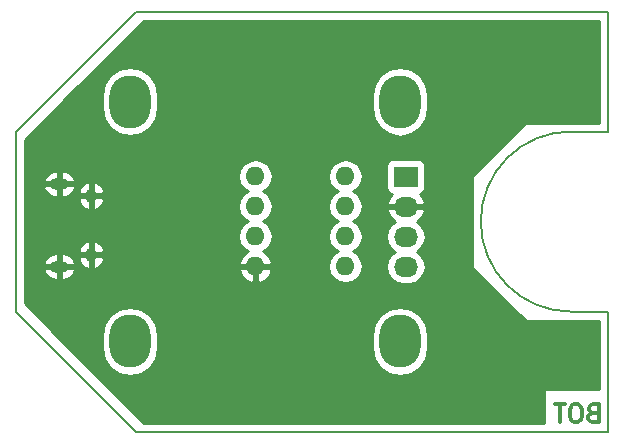
<source format=gbr>
G04 #@! TF.FileFunction,Copper,L2,Bot,Signal*
%FSLAX46Y46*%
G04 Gerber Fmt 4.6, Leading zero omitted, Abs format (unit mm)*
G04 Created by KiCad (PCBNEW 4.0.2-stable) date 2016-11-20 00:38:07*
%MOMM*%
G01*
G04 APERTURE LIST*
%ADD10C,0.100000*%
%ADD11C,0.150000*%
%ADD12C,0.300000*%
%ADD13O,3.500000X4.500000*%
%ADD14O,0.950000X1.250000*%
%ADD15O,1.550000X1.000000*%
%ADD16O,1.600000X1.600000*%
%ADD17R,2.032000X1.727200*%
%ADD18O,2.032000X1.727200*%
%ADD19C,0.600000*%
%ADD20C,0.254000*%
G04 APERTURE END LIST*
D10*
D11*
X185420000Y-125730000D02*
X188595000Y-125730000D01*
X188595000Y-110490000D02*
X185420000Y-110490000D01*
X185420000Y-110490000D02*
G75*
G03X177800000Y-118110000I0J-7620000D01*
G01*
X138430000Y-125730000D02*
X138430000Y-124460000D01*
X148590000Y-135890000D02*
X138430000Y-125730000D01*
X149860000Y-135890000D02*
X148590000Y-135890000D01*
X149860000Y-135890000D02*
X188595000Y-135890000D01*
X148590000Y-100330000D02*
X188595000Y-100330000D01*
X138430000Y-110490000D02*
X148590000Y-100330000D01*
X177800000Y-118110000D02*
G75*
G03X185420000Y-125730000I7620000J0D01*
G01*
X138430000Y-124460000D02*
X138430000Y-113030000D01*
X188595000Y-125730000D02*
X188595000Y-135890000D01*
X188595000Y-100330000D02*
X188595000Y-110490000D01*
X138430000Y-113030000D02*
X138430000Y-110490000D01*
D12*
X187279600Y-134309657D02*
X187065314Y-134381086D01*
X186993886Y-134452514D01*
X186922457Y-134595371D01*
X186922457Y-134809657D01*
X186993886Y-134952514D01*
X187065314Y-135023943D01*
X187208172Y-135095371D01*
X187779600Y-135095371D01*
X187779600Y-133595371D01*
X187279600Y-133595371D01*
X187136743Y-133666800D01*
X187065314Y-133738229D01*
X186993886Y-133881086D01*
X186993886Y-134023943D01*
X187065314Y-134166800D01*
X187136743Y-134238229D01*
X187279600Y-134309657D01*
X187779600Y-134309657D01*
X185993886Y-133595371D02*
X185708172Y-133595371D01*
X185565314Y-133666800D01*
X185422457Y-133809657D01*
X185351029Y-134095371D01*
X185351029Y-134595371D01*
X185422457Y-134881086D01*
X185565314Y-135023943D01*
X185708172Y-135095371D01*
X185993886Y-135095371D01*
X186136743Y-135023943D01*
X186279600Y-134881086D01*
X186351029Y-134595371D01*
X186351029Y-134095371D01*
X186279600Y-133809657D01*
X186136743Y-133666800D01*
X185993886Y-133595371D01*
X184922457Y-133595371D02*
X184065314Y-133595371D01*
X184493885Y-135095371D02*
X184493885Y-133595371D01*
D13*
X148082000Y-128244600D03*
X148082000Y-107950000D03*
X170942000Y-128244600D03*
X170942000Y-107975400D03*
D14*
X144818540Y-115926600D03*
X144818540Y-120926600D03*
D15*
X142118540Y-114926600D03*
X142118540Y-121926600D03*
D16*
X158724600Y-114274600D03*
X158724600Y-116814600D03*
X158724600Y-119354600D03*
X158724600Y-121894600D03*
X166344600Y-121894600D03*
X166344600Y-119354600D03*
X166344600Y-116814600D03*
X166344600Y-114274600D03*
D17*
X171450000Y-114300000D03*
D18*
X171450000Y-116840000D03*
X171450000Y-119380000D03*
X171450000Y-121920000D03*
D19*
X161798000Y-130302000D03*
X150622000Y-110490000D03*
D20*
G36*
X187833000Y-109728000D02*
X181610000Y-109728000D01*
X181560590Y-109738006D01*
X181520197Y-109765197D01*
X177075197Y-114210197D01*
X177047334Y-114252211D01*
X177038000Y-114300000D01*
X177038000Y-121920000D01*
X177048006Y-121969410D01*
X177075197Y-122009803D01*
X181520197Y-126454803D01*
X181562211Y-126482666D01*
X181610000Y-126492000D01*
X187833000Y-126492000D01*
X187833000Y-132281800D01*
X183137457Y-132281800D01*
X183137457Y-135128000D01*
X149277606Y-135128000D01*
X141837686Y-127688080D01*
X145697000Y-127688080D01*
X145697000Y-128801120D01*
X145878547Y-129713820D01*
X146395550Y-130487570D01*
X147169300Y-131004573D01*
X148082000Y-131186120D01*
X148994700Y-131004573D01*
X149768450Y-130487570D01*
X150285453Y-129713820D01*
X150467000Y-128801120D01*
X150467000Y-127688080D01*
X168557000Y-127688080D01*
X168557000Y-128801120D01*
X168738547Y-129713820D01*
X169255550Y-130487570D01*
X170029300Y-131004573D01*
X170942000Y-131186120D01*
X171854700Y-131004573D01*
X172628450Y-130487570D01*
X173145453Y-129713820D01*
X173327000Y-128801120D01*
X173327000Y-127688080D01*
X173145453Y-126775380D01*
X172628450Y-126001630D01*
X171854700Y-125484627D01*
X170942000Y-125303080D01*
X170029300Y-125484627D01*
X169255550Y-126001630D01*
X168738547Y-126775380D01*
X168557000Y-127688080D01*
X150467000Y-127688080D01*
X150285453Y-126775380D01*
X149768450Y-126001630D01*
X148994700Y-125484627D01*
X148082000Y-125303080D01*
X147169300Y-125484627D01*
X146395550Y-126001630D01*
X145878547Y-126775380D01*
X145697000Y-127688080D01*
X141837686Y-127688080D01*
X139192000Y-125042394D01*
X139192000Y-122228474D01*
X140749421Y-122228474D01*
X140951172Y-122639363D01*
X141291862Y-122926602D01*
X141716540Y-123061600D01*
X141991540Y-123061600D01*
X141991540Y-122053600D01*
X142245540Y-122053600D01*
X142245540Y-123061600D01*
X142520540Y-123061600D01*
X142945218Y-122926602D01*
X143285908Y-122639363D01*
X143480212Y-122243639D01*
X157332696Y-122243639D01*
X157493559Y-122632023D01*
X157869466Y-123046989D01*
X158375559Y-123286514D01*
X158597600Y-123165229D01*
X158597600Y-122021600D01*
X158851600Y-122021600D01*
X158851600Y-123165229D01*
X159073641Y-123286514D01*
X159579734Y-123046989D01*
X159955641Y-122632023D01*
X160116504Y-122243639D01*
X159994515Y-122021600D01*
X158851600Y-122021600D01*
X158597600Y-122021600D01*
X157454685Y-122021600D01*
X157332696Y-122243639D01*
X143480212Y-122243639D01*
X143487659Y-122228474D01*
X143361494Y-122053600D01*
X142245540Y-122053600D01*
X141991540Y-122053600D01*
X140875586Y-122053600D01*
X140749421Y-122228474D01*
X139192000Y-122228474D01*
X139192000Y-121624726D01*
X140749421Y-121624726D01*
X140875586Y-121799600D01*
X141991540Y-121799600D01*
X141991540Y-120791600D01*
X142245540Y-120791600D01*
X142245540Y-121799600D01*
X143361494Y-121799600D01*
X143487659Y-121624726D01*
X143292731Y-121227731D01*
X143717311Y-121227731D01*
X143858972Y-121637649D01*
X144146719Y-121962152D01*
X144520602Y-122145868D01*
X144691540Y-122019334D01*
X144691540Y-121053600D01*
X144945540Y-121053600D01*
X144945540Y-122019334D01*
X145116478Y-122145868D01*
X145490361Y-121962152D01*
X145778108Y-121637649D01*
X145919769Y-121227731D01*
X145771103Y-121053600D01*
X144945540Y-121053600D01*
X144691540Y-121053600D01*
X143865977Y-121053600D01*
X143717311Y-121227731D01*
X143292731Y-121227731D01*
X143285908Y-121213837D01*
X142945218Y-120926598D01*
X142520540Y-120791600D01*
X142245540Y-120791600D01*
X141991540Y-120791600D01*
X141716540Y-120791600D01*
X141291862Y-120926598D01*
X140951172Y-121213837D01*
X140749421Y-121624726D01*
X139192000Y-121624726D01*
X139192000Y-120625469D01*
X143717311Y-120625469D01*
X143865977Y-120799600D01*
X144691540Y-120799600D01*
X144691540Y-119833866D01*
X144945540Y-119833866D01*
X144945540Y-120799600D01*
X145771103Y-120799600D01*
X145919769Y-120625469D01*
X145778108Y-120215551D01*
X145490361Y-119891048D01*
X145116478Y-119707332D01*
X144945540Y-119833866D01*
X144691540Y-119833866D01*
X144520602Y-119707332D01*
X144146719Y-119891048D01*
X143858972Y-120215551D01*
X143717311Y-120625469D01*
X139192000Y-120625469D01*
X139192000Y-116227731D01*
X143717311Y-116227731D01*
X143858972Y-116637649D01*
X144146719Y-116962152D01*
X144520602Y-117145868D01*
X144691540Y-117019334D01*
X144691540Y-116053600D01*
X144945540Y-116053600D01*
X144945540Y-117019334D01*
X145116478Y-117145868D01*
X145490361Y-116962152D01*
X145778108Y-116637649D01*
X145919769Y-116227731D01*
X145771103Y-116053600D01*
X144945540Y-116053600D01*
X144691540Y-116053600D01*
X143865977Y-116053600D01*
X143717311Y-116227731D01*
X139192000Y-116227731D01*
X139192000Y-115228474D01*
X140749421Y-115228474D01*
X140951172Y-115639363D01*
X141291862Y-115926602D01*
X141716540Y-116061600D01*
X141991540Y-116061600D01*
X141991540Y-115053600D01*
X142245540Y-115053600D01*
X142245540Y-116061600D01*
X142520540Y-116061600D01*
X142945218Y-115926602D01*
X143285908Y-115639363D01*
X143292730Y-115625469D01*
X143717311Y-115625469D01*
X143865977Y-115799600D01*
X144691540Y-115799600D01*
X144691540Y-114833866D01*
X144945540Y-114833866D01*
X144945540Y-115799600D01*
X145771103Y-115799600D01*
X145919769Y-115625469D01*
X145778108Y-115215551D01*
X145490361Y-114891048D01*
X145116478Y-114707332D01*
X144945540Y-114833866D01*
X144691540Y-114833866D01*
X144520602Y-114707332D01*
X144146719Y-114891048D01*
X143858972Y-115215551D01*
X143717311Y-115625469D01*
X143292730Y-115625469D01*
X143487659Y-115228474D01*
X143361494Y-115053600D01*
X142245540Y-115053600D01*
X141991540Y-115053600D01*
X140875586Y-115053600D01*
X140749421Y-115228474D01*
X139192000Y-115228474D01*
X139192000Y-114624726D01*
X140749421Y-114624726D01*
X140875586Y-114799600D01*
X141991540Y-114799600D01*
X141991540Y-113791600D01*
X142245540Y-113791600D01*
X142245540Y-114799600D01*
X143361494Y-114799600D01*
X143487659Y-114624726D01*
X143315744Y-114274600D01*
X157261487Y-114274600D01*
X157370720Y-114823751D01*
X157681789Y-115289298D01*
X158063875Y-115544600D01*
X157681789Y-115799902D01*
X157370720Y-116265449D01*
X157261487Y-116814600D01*
X157370720Y-117363751D01*
X157681789Y-117829298D01*
X158063875Y-118084600D01*
X157681789Y-118339902D01*
X157370720Y-118805449D01*
X157261487Y-119354600D01*
X157370720Y-119903751D01*
X157681789Y-120369298D01*
X158086303Y-120639586D01*
X157869466Y-120742211D01*
X157493559Y-121157177D01*
X157332696Y-121545561D01*
X157454685Y-121767600D01*
X158597600Y-121767600D01*
X158597600Y-121747600D01*
X158851600Y-121747600D01*
X158851600Y-121767600D01*
X159994515Y-121767600D01*
X160116504Y-121545561D01*
X159955641Y-121157177D01*
X159579734Y-120742211D01*
X159362897Y-120639586D01*
X159767411Y-120369298D01*
X160078480Y-119903751D01*
X160187713Y-119354600D01*
X160078480Y-118805449D01*
X159767411Y-118339902D01*
X159385325Y-118084600D01*
X159767411Y-117829298D01*
X160078480Y-117363751D01*
X160187713Y-116814600D01*
X160078480Y-116265449D01*
X159767411Y-115799902D01*
X159385325Y-115544600D01*
X159767411Y-115289298D01*
X160078480Y-114823751D01*
X160187713Y-114274600D01*
X164881487Y-114274600D01*
X164990720Y-114823751D01*
X165301789Y-115289298D01*
X165683875Y-115544600D01*
X165301789Y-115799902D01*
X164990720Y-116265449D01*
X164881487Y-116814600D01*
X164990720Y-117363751D01*
X165301789Y-117829298D01*
X165683875Y-118084600D01*
X165301789Y-118339902D01*
X164990720Y-118805449D01*
X164881487Y-119354600D01*
X164990720Y-119903751D01*
X165301789Y-120369298D01*
X165683875Y-120624600D01*
X165301789Y-120879902D01*
X164990720Y-121345449D01*
X164881487Y-121894600D01*
X164990720Y-122443751D01*
X165301789Y-122909298D01*
X165767336Y-123220367D01*
X166316487Y-123329600D01*
X166372713Y-123329600D01*
X166921864Y-123220367D01*
X167387411Y-122909298D01*
X167698480Y-122443751D01*
X167807713Y-121894600D01*
X167698480Y-121345449D01*
X167387411Y-120879902D01*
X167005325Y-120624600D01*
X167387411Y-120369298D01*
X167698480Y-119903751D01*
X167802660Y-119380000D01*
X169766655Y-119380000D01*
X169880729Y-119953489D01*
X170205585Y-120439670D01*
X170520366Y-120650000D01*
X170205585Y-120860330D01*
X169880729Y-121346511D01*
X169766655Y-121920000D01*
X169880729Y-122493489D01*
X170205585Y-122979670D01*
X170691766Y-123304526D01*
X171265255Y-123418600D01*
X171634745Y-123418600D01*
X172208234Y-123304526D01*
X172694415Y-122979670D01*
X173019271Y-122493489D01*
X173133345Y-121920000D01*
X173019271Y-121346511D01*
X172694415Y-120860330D01*
X172379634Y-120650000D01*
X172694415Y-120439670D01*
X173019271Y-119953489D01*
X173133345Y-119380000D01*
X173019271Y-118806511D01*
X172694415Y-118320330D01*
X172384931Y-118113539D01*
X172800732Y-117742036D01*
X173054709Y-117214791D01*
X173057358Y-117199026D01*
X172936217Y-116967000D01*
X171577000Y-116967000D01*
X171577000Y-116987000D01*
X171323000Y-116987000D01*
X171323000Y-116967000D01*
X169963783Y-116967000D01*
X169842642Y-117199026D01*
X169845291Y-117214791D01*
X170099268Y-117742036D01*
X170515069Y-118113539D01*
X170205585Y-118320330D01*
X169880729Y-118806511D01*
X169766655Y-119380000D01*
X167802660Y-119380000D01*
X167807713Y-119354600D01*
X167698480Y-118805449D01*
X167387411Y-118339902D01*
X167005325Y-118084600D01*
X167387411Y-117829298D01*
X167698480Y-117363751D01*
X167807713Y-116814600D01*
X167698480Y-116265449D01*
X167387411Y-115799902D01*
X167005325Y-115544600D01*
X167387411Y-115289298D01*
X167698480Y-114823751D01*
X167807713Y-114274600D01*
X167698480Y-113725449D01*
X167505344Y-113436400D01*
X169786560Y-113436400D01*
X169786560Y-115163600D01*
X169830838Y-115398917D01*
X169969910Y-115615041D01*
X170182110Y-115760031D01*
X170276927Y-115779232D01*
X170099268Y-115937964D01*
X169845291Y-116465209D01*
X169842642Y-116480974D01*
X169963783Y-116713000D01*
X171323000Y-116713000D01*
X171323000Y-116693000D01*
X171577000Y-116693000D01*
X171577000Y-116713000D01*
X172936217Y-116713000D01*
X173057358Y-116480974D01*
X173054709Y-116465209D01*
X172800732Y-115937964D01*
X172625155Y-115781093D01*
X172701317Y-115766762D01*
X172917441Y-115627690D01*
X173062431Y-115415490D01*
X173113440Y-115163600D01*
X173113440Y-113436400D01*
X173069162Y-113201083D01*
X172930090Y-112984959D01*
X172717890Y-112839969D01*
X172466000Y-112788960D01*
X170434000Y-112788960D01*
X170198683Y-112833238D01*
X169982559Y-112972310D01*
X169837569Y-113184510D01*
X169786560Y-113436400D01*
X167505344Y-113436400D01*
X167387411Y-113259902D01*
X166921864Y-112948833D01*
X166372713Y-112839600D01*
X166316487Y-112839600D01*
X165767336Y-112948833D01*
X165301789Y-113259902D01*
X164990720Y-113725449D01*
X164881487Y-114274600D01*
X160187713Y-114274600D01*
X160078480Y-113725449D01*
X159767411Y-113259902D01*
X159301864Y-112948833D01*
X158752713Y-112839600D01*
X158696487Y-112839600D01*
X158147336Y-112948833D01*
X157681789Y-113259902D01*
X157370720Y-113725449D01*
X157261487Y-114274600D01*
X143315744Y-114274600D01*
X143285908Y-114213837D01*
X142945218Y-113926598D01*
X142520540Y-113791600D01*
X142245540Y-113791600D01*
X141991540Y-113791600D01*
X141716540Y-113791600D01*
X141291862Y-113926598D01*
X140951172Y-114213837D01*
X140749421Y-114624726D01*
X139192000Y-114624726D01*
X139192000Y-111177606D01*
X142976126Y-107393480D01*
X145697000Y-107393480D01*
X145697000Y-108506520D01*
X145878547Y-109419220D01*
X146395550Y-110192970D01*
X147169300Y-110709973D01*
X148082000Y-110891520D01*
X148994700Y-110709973D01*
X149768450Y-110192970D01*
X150285453Y-109419220D01*
X150467000Y-108506520D01*
X150467000Y-107418880D01*
X168557000Y-107418880D01*
X168557000Y-108531920D01*
X168738547Y-109444620D01*
X169255550Y-110218370D01*
X170029300Y-110735373D01*
X170942000Y-110916920D01*
X171854700Y-110735373D01*
X172628450Y-110218370D01*
X173145453Y-109444620D01*
X173327000Y-108531920D01*
X173327000Y-107418880D01*
X173145453Y-106506180D01*
X172628450Y-105732430D01*
X171854700Y-105215427D01*
X170942000Y-105033880D01*
X170029300Y-105215427D01*
X169255550Y-105732430D01*
X168738547Y-106506180D01*
X168557000Y-107418880D01*
X150467000Y-107418880D01*
X150467000Y-107393480D01*
X150285453Y-106480780D01*
X149768450Y-105707030D01*
X148994700Y-105190027D01*
X148082000Y-105008480D01*
X147169300Y-105190027D01*
X146395550Y-105707030D01*
X145878547Y-106480780D01*
X145697000Y-107393480D01*
X142976126Y-107393480D01*
X149277606Y-101092000D01*
X187833000Y-101092000D01*
X187833000Y-109728000D01*
X187833000Y-109728000D01*
G37*
X187833000Y-109728000D02*
X181610000Y-109728000D01*
X181560590Y-109738006D01*
X181520197Y-109765197D01*
X177075197Y-114210197D01*
X177047334Y-114252211D01*
X177038000Y-114300000D01*
X177038000Y-121920000D01*
X177048006Y-121969410D01*
X177075197Y-122009803D01*
X181520197Y-126454803D01*
X181562211Y-126482666D01*
X181610000Y-126492000D01*
X187833000Y-126492000D01*
X187833000Y-132281800D01*
X183137457Y-132281800D01*
X183137457Y-135128000D01*
X149277606Y-135128000D01*
X141837686Y-127688080D01*
X145697000Y-127688080D01*
X145697000Y-128801120D01*
X145878547Y-129713820D01*
X146395550Y-130487570D01*
X147169300Y-131004573D01*
X148082000Y-131186120D01*
X148994700Y-131004573D01*
X149768450Y-130487570D01*
X150285453Y-129713820D01*
X150467000Y-128801120D01*
X150467000Y-127688080D01*
X168557000Y-127688080D01*
X168557000Y-128801120D01*
X168738547Y-129713820D01*
X169255550Y-130487570D01*
X170029300Y-131004573D01*
X170942000Y-131186120D01*
X171854700Y-131004573D01*
X172628450Y-130487570D01*
X173145453Y-129713820D01*
X173327000Y-128801120D01*
X173327000Y-127688080D01*
X173145453Y-126775380D01*
X172628450Y-126001630D01*
X171854700Y-125484627D01*
X170942000Y-125303080D01*
X170029300Y-125484627D01*
X169255550Y-126001630D01*
X168738547Y-126775380D01*
X168557000Y-127688080D01*
X150467000Y-127688080D01*
X150285453Y-126775380D01*
X149768450Y-126001630D01*
X148994700Y-125484627D01*
X148082000Y-125303080D01*
X147169300Y-125484627D01*
X146395550Y-126001630D01*
X145878547Y-126775380D01*
X145697000Y-127688080D01*
X141837686Y-127688080D01*
X139192000Y-125042394D01*
X139192000Y-122228474D01*
X140749421Y-122228474D01*
X140951172Y-122639363D01*
X141291862Y-122926602D01*
X141716540Y-123061600D01*
X141991540Y-123061600D01*
X141991540Y-122053600D01*
X142245540Y-122053600D01*
X142245540Y-123061600D01*
X142520540Y-123061600D01*
X142945218Y-122926602D01*
X143285908Y-122639363D01*
X143480212Y-122243639D01*
X157332696Y-122243639D01*
X157493559Y-122632023D01*
X157869466Y-123046989D01*
X158375559Y-123286514D01*
X158597600Y-123165229D01*
X158597600Y-122021600D01*
X158851600Y-122021600D01*
X158851600Y-123165229D01*
X159073641Y-123286514D01*
X159579734Y-123046989D01*
X159955641Y-122632023D01*
X160116504Y-122243639D01*
X159994515Y-122021600D01*
X158851600Y-122021600D01*
X158597600Y-122021600D01*
X157454685Y-122021600D01*
X157332696Y-122243639D01*
X143480212Y-122243639D01*
X143487659Y-122228474D01*
X143361494Y-122053600D01*
X142245540Y-122053600D01*
X141991540Y-122053600D01*
X140875586Y-122053600D01*
X140749421Y-122228474D01*
X139192000Y-122228474D01*
X139192000Y-121624726D01*
X140749421Y-121624726D01*
X140875586Y-121799600D01*
X141991540Y-121799600D01*
X141991540Y-120791600D01*
X142245540Y-120791600D01*
X142245540Y-121799600D01*
X143361494Y-121799600D01*
X143487659Y-121624726D01*
X143292731Y-121227731D01*
X143717311Y-121227731D01*
X143858972Y-121637649D01*
X144146719Y-121962152D01*
X144520602Y-122145868D01*
X144691540Y-122019334D01*
X144691540Y-121053600D01*
X144945540Y-121053600D01*
X144945540Y-122019334D01*
X145116478Y-122145868D01*
X145490361Y-121962152D01*
X145778108Y-121637649D01*
X145919769Y-121227731D01*
X145771103Y-121053600D01*
X144945540Y-121053600D01*
X144691540Y-121053600D01*
X143865977Y-121053600D01*
X143717311Y-121227731D01*
X143292731Y-121227731D01*
X143285908Y-121213837D01*
X142945218Y-120926598D01*
X142520540Y-120791600D01*
X142245540Y-120791600D01*
X141991540Y-120791600D01*
X141716540Y-120791600D01*
X141291862Y-120926598D01*
X140951172Y-121213837D01*
X140749421Y-121624726D01*
X139192000Y-121624726D01*
X139192000Y-120625469D01*
X143717311Y-120625469D01*
X143865977Y-120799600D01*
X144691540Y-120799600D01*
X144691540Y-119833866D01*
X144945540Y-119833866D01*
X144945540Y-120799600D01*
X145771103Y-120799600D01*
X145919769Y-120625469D01*
X145778108Y-120215551D01*
X145490361Y-119891048D01*
X145116478Y-119707332D01*
X144945540Y-119833866D01*
X144691540Y-119833866D01*
X144520602Y-119707332D01*
X144146719Y-119891048D01*
X143858972Y-120215551D01*
X143717311Y-120625469D01*
X139192000Y-120625469D01*
X139192000Y-116227731D01*
X143717311Y-116227731D01*
X143858972Y-116637649D01*
X144146719Y-116962152D01*
X144520602Y-117145868D01*
X144691540Y-117019334D01*
X144691540Y-116053600D01*
X144945540Y-116053600D01*
X144945540Y-117019334D01*
X145116478Y-117145868D01*
X145490361Y-116962152D01*
X145778108Y-116637649D01*
X145919769Y-116227731D01*
X145771103Y-116053600D01*
X144945540Y-116053600D01*
X144691540Y-116053600D01*
X143865977Y-116053600D01*
X143717311Y-116227731D01*
X139192000Y-116227731D01*
X139192000Y-115228474D01*
X140749421Y-115228474D01*
X140951172Y-115639363D01*
X141291862Y-115926602D01*
X141716540Y-116061600D01*
X141991540Y-116061600D01*
X141991540Y-115053600D01*
X142245540Y-115053600D01*
X142245540Y-116061600D01*
X142520540Y-116061600D01*
X142945218Y-115926602D01*
X143285908Y-115639363D01*
X143292730Y-115625469D01*
X143717311Y-115625469D01*
X143865977Y-115799600D01*
X144691540Y-115799600D01*
X144691540Y-114833866D01*
X144945540Y-114833866D01*
X144945540Y-115799600D01*
X145771103Y-115799600D01*
X145919769Y-115625469D01*
X145778108Y-115215551D01*
X145490361Y-114891048D01*
X145116478Y-114707332D01*
X144945540Y-114833866D01*
X144691540Y-114833866D01*
X144520602Y-114707332D01*
X144146719Y-114891048D01*
X143858972Y-115215551D01*
X143717311Y-115625469D01*
X143292730Y-115625469D01*
X143487659Y-115228474D01*
X143361494Y-115053600D01*
X142245540Y-115053600D01*
X141991540Y-115053600D01*
X140875586Y-115053600D01*
X140749421Y-115228474D01*
X139192000Y-115228474D01*
X139192000Y-114624726D01*
X140749421Y-114624726D01*
X140875586Y-114799600D01*
X141991540Y-114799600D01*
X141991540Y-113791600D01*
X142245540Y-113791600D01*
X142245540Y-114799600D01*
X143361494Y-114799600D01*
X143487659Y-114624726D01*
X143315744Y-114274600D01*
X157261487Y-114274600D01*
X157370720Y-114823751D01*
X157681789Y-115289298D01*
X158063875Y-115544600D01*
X157681789Y-115799902D01*
X157370720Y-116265449D01*
X157261487Y-116814600D01*
X157370720Y-117363751D01*
X157681789Y-117829298D01*
X158063875Y-118084600D01*
X157681789Y-118339902D01*
X157370720Y-118805449D01*
X157261487Y-119354600D01*
X157370720Y-119903751D01*
X157681789Y-120369298D01*
X158086303Y-120639586D01*
X157869466Y-120742211D01*
X157493559Y-121157177D01*
X157332696Y-121545561D01*
X157454685Y-121767600D01*
X158597600Y-121767600D01*
X158597600Y-121747600D01*
X158851600Y-121747600D01*
X158851600Y-121767600D01*
X159994515Y-121767600D01*
X160116504Y-121545561D01*
X159955641Y-121157177D01*
X159579734Y-120742211D01*
X159362897Y-120639586D01*
X159767411Y-120369298D01*
X160078480Y-119903751D01*
X160187713Y-119354600D01*
X160078480Y-118805449D01*
X159767411Y-118339902D01*
X159385325Y-118084600D01*
X159767411Y-117829298D01*
X160078480Y-117363751D01*
X160187713Y-116814600D01*
X160078480Y-116265449D01*
X159767411Y-115799902D01*
X159385325Y-115544600D01*
X159767411Y-115289298D01*
X160078480Y-114823751D01*
X160187713Y-114274600D01*
X164881487Y-114274600D01*
X164990720Y-114823751D01*
X165301789Y-115289298D01*
X165683875Y-115544600D01*
X165301789Y-115799902D01*
X164990720Y-116265449D01*
X164881487Y-116814600D01*
X164990720Y-117363751D01*
X165301789Y-117829298D01*
X165683875Y-118084600D01*
X165301789Y-118339902D01*
X164990720Y-118805449D01*
X164881487Y-119354600D01*
X164990720Y-119903751D01*
X165301789Y-120369298D01*
X165683875Y-120624600D01*
X165301789Y-120879902D01*
X164990720Y-121345449D01*
X164881487Y-121894600D01*
X164990720Y-122443751D01*
X165301789Y-122909298D01*
X165767336Y-123220367D01*
X166316487Y-123329600D01*
X166372713Y-123329600D01*
X166921864Y-123220367D01*
X167387411Y-122909298D01*
X167698480Y-122443751D01*
X167807713Y-121894600D01*
X167698480Y-121345449D01*
X167387411Y-120879902D01*
X167005325Y-120624600D01*
X167387411Y-120369298D01*
X167698480Y-119903751D01*
X167802660Y-119380000D01*
X169766655Y-119380000D01*
X169880729Y-119953489D01*
X170205585Y-120439670D01*
X170520366Y-120650000D01*
X170205585Y-120860330D01*
X169880729Y-121346511D01*
X169766655Y-121920000D01*
X169880729Y-122493489D01*
X170205585Y-122979670D01*
X170691766Y-123304526D01*
X171265255Y-123418600D01*
X171634745Y-123418600D01*
X172208234Y-123304526D01*
X172694415Y-122979670D01*
X173019271Y-122493489D01*
X173133345Y-121920000D01*
X173019271Y-121346511D01*
X172694415Y-120860330D01*
X172379634Y-120650000D01*
X172694415Y-120439670D01*
X173019271Y-119953489D01*
X173133345Y-119380000D01*
X173019271Y-118806511D01*
X172694415Y-118320330D01*
X172384931Y-118113539D01*
X172800732Y-117742036D01*
X173054709Y-117214791D01*
X173057358Y-117199026D01*
X172936217Y-116967000D01*
X171577000Y-116967000D01*
X171577000Y-116987000D01*
X171323000Y-116987000D01*
X171323000Y-116967000D01*
X169963783Y-116967000D01*
X169842642Y-117199026D01*
X169845291Y-117214791D01*
X170099268Y-117742036D01*
X170515069Y-118113539D01*
X170205585Y-118320330D01*
X169880729Y-118806511D01*
X169766655Y-119380000D01*
X167802660Y-119380000D01*
X167807713Y-119354600D01*
X167698480Y-118805449D01*
X167387411Y-118339902D01*
X167005325Y-118084600D01*
X167387411Y-117829298D01*
X167698480Y-117363751D01*
X167807713Y-116814600D01*
X167698480Y-116265449D01*
X167387411Y-115799902D01*
X167005325Y-115544600D01*
X167387411Y-115289298D01*
X167698480Y-114823751D01*
X167807713Y-114274600D01*
X167698480Y-113725449D01*
X167505344Y-113436400D01*
X169786560Y-113436400D01*
X169786560Y-115163600D01*
X169830838Y-115398917D01*
X169969910Y-115615041D01*
X170182110Y-115760031D01*
X170276927Y-115779232D01*
X170099268Y-115937964D01*
X169845291Y-116465209D01*
X169842642Y-116480974D01*
X169963783Y-116713000D01*
X171323000Y-116713000D01*
X171323000Y-116693000D01*
X171577000Y-116693000D01*
X171577000Y-116713000D01*
X172936217Y-116713000D01*
X173057358Y-116480974D01*
X173054709Y-116465209D01*
X172800732Y-115937964D01*
X172625155Y-115781093D01*
X172701317Y-115766762D01*
X172917441Y-115627690D01*
X173062431Y-115415490D01*
X173113440Y-115163600D01*
X173113440Y-113436400D01*
X173069162Y-113201083D01*
X172930090Y-112984959D01*
X172717890Y-112839969D01*
X172466000Y-112788960D01*
X170434000Y-112788960D01*
X170198683Y-112833238D01*
X169982559Y-112972310D01*
X169837569Y-113184510D01*
X169786560Y-113436400D01*
X167505344Y-113436400D01*
X167387411Y-113259902D01*
X166921864Y-112948833D01*
X166372713Y-112839600D01*
X166316487Y-112839600D01*
X165767336Y-112948833D01*
X165301789Y-113259902D01*
X164990720Y-113725449D01*
X164881487Y-114274600D01*
X160187713Y-114274600D01*
X160078480Y-113725449D01*
X159767411Y-113259902D01*
X159301864Y-112948833D01*
X158752713Y-112839600D01*
X158696487Y-112839600D01*
X158147336Y-112948833D01*
X157681789Y-113259902D01*
X157370720Y-113725449D01*
X157261487Y-114274600D01*
X143315744Y-114274600D01*
X143285908Y-114213837D01*
X142945218Y-113926598D01*
X142520540Y-113791600D01*
X142245540Y-113791600D01*
X141991540Y-113791600D01*
X141716540Y-113791600D01*
X141291862Y-113926598D01*
X140951172Y-114213837D01*
X140749421Y-114624726D01*
X139192000Y-114624726D01*
X139192000Y-111177606D01*
X142976126Y-107393480D01*
X145697000Y-107393480D01*
X145697000Y-108506520D01*
X145878547Y-109419220D01*
X146395550Y-110192970D01*
X147169300Y-110709973D01*
X148082000Y-110891520D01*
X148994700Y-110709973D01*
X149768450Y-110192970D01*
X150285453Y-109419220D01*
X150467000Y-108506520D01*
X150467000Y-107418880D01*
X168557000Y-107418880D01*
X168557000Y-108531920D01*
X168738547Y-109444620D01*
X169255550Y-110218370D01*
X170029300Y-110735373D01*
X170942000Y-110916920D01*
X171854700Y-110735373D01*
X172628450Y-110218370D01*
X173145453Y-109444620D01*
X173327000Y-108531920D01*
X173327000Y-107418880D01*
X173145453Y-106506180D01*
X172628450Y-105732430D01*
X171854700Y-105215427D01*
X170942000Y-105033880D01*
X170029300Y-105215427D01*
X169255550Y-105732430D01*
X168738547Y-106506180D01*
X168557000Y-107418880D01*
X150467000Y-107418880D01*
X150467000Y-107393480D01*
X150285453Y-106480780D01*
X149768450Y-105707030D01*
X148994700Y-105190027D01*
X148082000Y-105008480D01*
X147169300Y-105190027D01*
X146395550Y-105707030D01*
X145878547Y-106480780D01*
X145697000Y-107393480D01*
X142976126Y-107393480D01*
X149277606Y-101092000D01*
X187833000Y-101092000D01*
X187833000Y-109728000D01*
M02*

</source>
